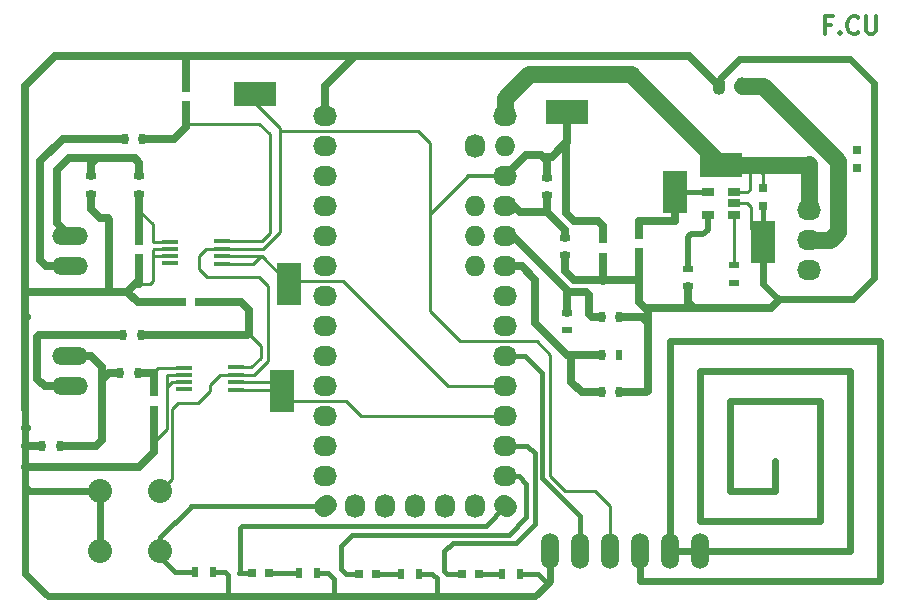
<source format=gbr>
G04 #@! TF.FileFunction,Copper,L1,Top,Signal*
%FSLAX46Y46*%
G04 Gerber Fmt 4.6, Leading zero omitted, Abs format (unit mm)*
G04 Created by KiCad (PCBNEW 4.0.2+dfsg1-stable) date sam. 25 févr. 2017 15:42:21 CET*
%MOMM*%
G01*
G04 APERTURE LIST*
%ADD10C,0.050000*%
%ADD11C,0.300000*%
%ADD12O,1.727200X1.727200*%
%ADD13O,1.727200X2.032000*%
%ADD14O,2.032000X1.727200*%
%ADD15C,1.727200*%
%ADD16O,1.506220X3.014980*%
%ADD17R,0.900000X0.500000*%
%ADD18R,0.750000X0.800000*%
%ADD19R,0.800000X0.750000*%
%ADD20R,0.797560X0.797560*%
%ADD21O,3.014980X1.506220*%
%ADD22O,1.100000X1.524000*%
%ADD23R,0.500000X0.900000*%
%ADD24R,1.060000X0.650000*%
%ADD25C,2.032000*%
%ADD26C,0.508000*%
%ADD27R,3.657600X2.057400*%
%ADD28R,2.057400X3.657600*%
%ADD29R,1.400000X0.400000*%
%ADD30C,0.400000*%
%ADD31C,1.214120*%
%ADD32C,1.016000*%
%ADD33C,0.600000*%
%ADD34C,0.250000*%
%ADD35C,0.650240*%
%ADD36C,0.650000*%
%ADD37C,0.416560*%
%ADD38C,1.397000*%
%ADD39C,0.558800*%
%ADD40C,0.550000*%
G04 APERTURE END LIST*
D10*
D11*
X35151429Y24237143D02*
X34651429Y24237143D01*
X34651429Y23451429D02*
X34651429Y24951429D01*
X35365715Y24951429D01*
X35937143Y23594286D02*
X36008571Y23522857D01*
X35937143Y23451429D01*
X35865714Y23522857D01*
X35937143Y23594286D01*
X35937143Y23451429D01*
X37508572Y23594286D02*
X37437143Y23522857D01*
X37222857Y23451429D01*
X37080000Y23451429D01*
X36865715Y23522857D01*
X36722857Y23665714D01*
X36651429Y23808571D01*
X36580000Y24094286D01*
X36580000Y24308571D01*
X36651429Y24594286D01*
X36722857Y24737143D01*
X36865715Y24880000D01*
X37080000Y24951429D01*
X37222857Y24951429D01*
X37437143Y24880000D01*
X37508572Y24808571D01*
X38151429Y24951429D02*
X38151429Y23737143D01*
X38222857Y23594286D01*
X38294286Y23522857D01*
X38437143Y23451429D01*
X38722857Y23451429D01*
X38865715Y23522857D01*
X38937143Y23594286D01*
X39008572Y23737143D01*
X39008572Y24951429D01*
D12*
X5080000Y3810000D03*
X5080000Y6350000D03*
X5080000Y8890000D03*
D13*
X0Y-16510000D03*
D14*
X-7620000Y16510000D03*
X-7620000Y13970000D03*
X-7620000Y11430000D03*
X-7620000Y8890000D03*
X-7620000Y6350000D03*
X-7620000Y3810000D03*
X-7620000Y1270000D03*
X-7620000Y-1270000D03*
X-7620000Y-3810000D03*
X-7620000Y-6350000D03*
X-7620000Y-8890000D03*
X-7620000Y-11430000D03*
X-7620000Y-13970000D03*
D15*
X-7727763Y-16617763D02*
X-7512237Y-16402237D01*
D13*
X-5080000Y-16510000D03*
X-2540000Y-16510000D03*
X2540000Y-16510000D03*
X5080000Y-16510000D03*
X5080000Y13970000D03*
D15*
X7512237Y-16402237D02*
X7727763Y-16617763D01*
D14*
X7620000Y-13970000D03*
X7620000Y-11430000D03*
X7620000Y-8890000D03*
X7620000Y-6350000D03*
X7620000Y-3810000D03*
X7620000Y-1270000D03*
X7620000Y1270000D03*
X7620000Y3810000D03*
X7620000Y6350000D03*
X7620000Y8890000D03*
X7620000Y11430000D03*
D12*
X7620000Y13970000D03*
D14*
X7620000Y16510000D03*
D16*
X11430000Y-20320000D03*
X13970000Y-20320000D03*
X16510000Y-20320000D03*
X19050000Y-20320000D03*
X21590000Y-20320000D03*
X24130000Y-20320000D03*
D17*
X26949400Y3874200D03*
X26949400Y2374200D03*
D18*
X-19431000Y18911000D03*
X-19431000Y17411000D03*
X-23368000Y5957000D03*
X-23368000Y4457000D03*
D19*
X-19800000Y762000D03*
X-18300000Y762000D03*
D18*
X-22098000Y-6870000D03*
X-22098000Y-8370000D03*
X15875000Y6084000D03*
X15875000Y4584000D03*
X18923000Y6465000D03*
X18923000Y4965000D03*
X29464000Y10402000D03*
X29464000Y8902000D03*
D20*
X3924300Y-22225000D03*
X5422900Y-22225000D03*
X-4813300Y-22250400D03*
X-3314700Y-22250400D03*
X37414200Y13652500D03*
X37414200Y12153900D03*
X-13855700Y-22148800D03*
X-12357100Y-22148800D03*
D21*
X-29210000Y3810000D03*
X-29210000Y6350000D03*
X-29210000Y-6350000D03*
X-29210000Y-3810000D03*
D22*
X25670000Y19050000D03*
X27670000Y19050000D03*
D17*
X-27432000Y11418000D03*
X-27432000Y9918000D03*
D23*
X-30111000Y-11430000D03*
X-31611000Y-11430000D03*
X-23126000Y14605000D03*
X-24626000Y14605000D03*
D17*
X-23368000Y9918000D03*
X-23368000Y11418000D03*
D23*
X-23253000Y-2032000D03*
X-24753000Y-2032000D03*
X-23507000Y-5207000D03*
X-25007000Y-5207000D03*
D17*
X12700000Y4711000D03*
X12700000Y6211000D03*
D23*
X17260000Y-508000D03*
X15760000Y-508000D03*
X17260000Y-6858000D03*
X15760000Y-6858000D03*
D17*
X11176000Y9791000D03*
X11176000Y11291000D03*
X12827000Y-139000D03*
X12827000Y-1639000D03*
D23*
X15760000Y-3683000D03*
X17260000Y-3683000D03*
X8827200Y-22225000D03*
X7327200Y-22225000D03*
X318200Y-22250400D03*
X-1181800Y-22250400D03*
X-8317800Y-22148800D03*
X-9817800Y-22148800D03*
D17*
X23088600Y2094800D03*
X23088600Y3594800D03*
D24*
X24757200Y8168600D03*
X26957200Y8168600D03*
X26957200Y9118600D03*
X26957200Y10068600D03*
X24757200Y10068600D03*
D23*
X-18657000Y-22072600D03*
X-17157000Y-22072600D03*
D25*
X-21590000Y-15240000D03*
X-21590000Y-20320000D03*
X-26670000Y-20320000D03*
X-26670000Y-15240000D03*
D14*
X33300000Y3470000D03*
X33300000Y6010000D03*
X33300000Y8550000D03*
D26*
X30480000Y-12700000D03*
D27*
X-13589000Y18415000D03*
D28*
X-10668000Y2286000D03*
X-11303000Y-6794500D03*
D27*
X25908000Y12395200D03*
D28*
X21945600Y10058400D03*
X29464000Y5842000D03*
D27*
X12827000Y16891000D03*
D29*
X-20742000Y5878000D03*
X-20742000Y5278000D03*
X-20742000Y4628000D03*
X-20742000Y4028000D03*
X-16342000Y5928000D03*
X-16342000Y5278000D03*
X-16342000Y4628000D03*
X-16342000Y3978000D03*
X-19599000Y-4790000D03*
X-19599000Y-5390000D03*
X-19599000Y-6040000D03*
X-19599000Y-6640000D03*
X-15199000Y-4740000D03*
X-15199000Y-5390000D03*
X-15199000Y-6040000D03*
X-15199000Y-6690000D03*
D30*
X12827000Y-1639000D03*
X37414200Y13652500D03*
D31*
X21945600Y10058400D03*
X5080000Y13970000D03*
D30*
X17260000Y-3683000D03*
D31*
X33300000Y8550000D03*
X7620000Y16510000D03*
X7620000Y-11430000D03*
X7620000Y-13970000D03*
D30*
X26949400Y2374200D03*
X37414200Y12153900D03*
D31*
X7620000Y-16510000D03*
X-29210000Y3810000D03*
X-29210000Y6350000D03*
X-29210000Y-6350000D03*
X-29210000Y-3810000D03*
X13970000Y-20320000D03*
X7620000Y-3810000D03*
X19050000Y-20320000D03*
X7620000Y3810000D03*
X7620000Y6350000D03*
X7620000Y8890000D03*
D30*
X26949400Y3874200D03*
D31*
X7620000Y-1270000D03*
D30*
X23088600Y3594800D03*
D31*
X7620000Y1270000D03*
X7620000Y-6350000D03*
X7620000Y-8890000D03*
X11430000Y-20320000D03*
X-26670000Y-15240000D03*
X-26670000Y-20320000D03*
X-7620000Y16495302D03*
D32*
X25670000Y19050000D03*
D33*
X-7620000Y8890000D03*
D31*
X33300000Y6010000D03*
D32*
X27670000Y19050000D03*
D31*
X16510000Y-20320000D03*
X-21590000Y-15240000D03*
X7620000Y11430000D03*
X-21590000Y-20320000D03*
X-7620000Y-16510000D03*
D34*
X-16342000Y5928000D02*
X-12995000Y5928000D01*
X-13208000Y15875000D02*
X-19431000Y15875000D01*
X-12319000Y14986000D02*
X-13208000Y15875000D01*
X-12319000Y6604000D02*
X-12319000Y14986000D01*
X-12995000Y5928000D02*
X-12319000Y6604000D01*
D35*
X-19431000Y17411000D02*
X-19431000Y15875000D01*
X-19431000Y15875000D02*
X-19431000Y15621000D01*
X-20447000Y14605000D02*
X-23126000Y14605000D01*
X-19431000Y15621000D02*
X-20447000Y14605000D01*
D34*
X-20742000Y5878000D02*
X-22189000Y5878000D01*
X-22225000Y7366000D02*
X-23368000Y8509000D01*
X-22225000Y5914000D02*
X-22225000Y7366000D01*
X-22189000Y5878000D02*
X-22225000Y5914000D01*
D35*
X-23368000Y9918000D02*
X-23368000Y8509000D01*
X-23368000Y8509000D02*
X-23368000Y5957000D01*
D34*
X-14478000Y-2032000D02*
X-13970000Y-2032000D01*
X-13884000Y-4740000D02*
X-15199000Y-4740000D01*
X-13081000Y-3937000D02*
X-13884000Y-4740000D01*
X-13081000Y-2921000D02*
X-13081000Y-3937000D01*
X-13970000Y-2032000D02*
X-13081000Y-2921000D01*
D35*
X-23253000Y-2032000D02*
X-14478000Y-2032000D01*
X-14478000Y-2032000D02*
X-14224000Y-2032000D01*
X-14732000Y762000D02*
X-18300000Y762000D01*
X-14097000Y127000D02*
X-14732000Y762000D01*
X-14097000Y-1905000D02*
X-14097000Y127000D01*
X-14224000Y-2032000D02*
X-14097000Y-1905000D01*
D34*
X-19599000Y-4790000D02*
X-21808000Y-4790000D01*
X-21808000Y-4790000D02*
X-22225000Y-5207000D01*
D35*
X-23507000Y-5207000D02*
X-22225000Y-5207000D01*
X-22098000Y-5334000D02*
X-22098000Y-6870000D01*
X-22225000Y-5207000D02*
X-22098000Y-5334000D01*
D36*
X21945600Y10058400D02*
X21945600Y7645400D01*
X18923000Y7620000D02*
X18923000Y6465000D01*
X21920200Y7620000D02*
X18923000Y7620000D01*
X21945600Y7645400D02*
X21920200Y7620000D01*
D37*
X24757200Y10068600D02*
X21955800Y10068600D01*
X21955800Y10068600D02*
X21945600Y10058400D01*
D34*
X26957200Y10068600D02*
X28082200Y10068600D01*
X28295600Y11988800D02*
X28702000Y12395200D01*
X28295600Y10282000D02*
X28295600Y11988800D01*
X28082200Y10068600D02*
X28295600Y10282000D01*
D37*
X26238200Y12395200D02*
X25908000Y12395200D01*
D34*
X29464000Y10402000D02*
X29464000Y11633200D01*
X29464000Y11633200D02*
X28702000Y12395200D01*
D38*
X7620000Y16510000D02*
X7620000Y18034000D01*
X18237200Y20066000D02*
X25908000Y12395200D01*
X9652000Y20066000D02*
X18237200Y20066000D01*
X7620000Y18034000D02*
X9652000Y20066000D01*
X33300000Y8550000D02*
X33300000Y12420000D01*
X33275200Y12395200D02*
X28702000Y12395200D01*
X33300000Y12420000D02*
X33275200Y12395200D01*
X28702000Y12395200D02*
X25908000Y12395200D01*
D37*
X7620000Y-11430000D02*
X9474200Y-11430000D01*
X2667000Y-22225000D02*
X3924300Y-22225000D01*
X2438400Y-21996400D02*
X2667000Y-22225000D01*
X2438400Y-20345400D02*
X2438400Y-21996400D01*
X3175000Y-19608800D02*
X2438400Y-20345400D01*
X8509000Y-19608800D02*
X3175000Y-19608800D01*
X10083800Y-18034000D02*
X8509000Y-19608800D01*
X10083800Y-12039600D02*
X10083800Y-18034000D01*
X9474200Y-11430000D02*
X10083800Y-12039600D01*
X7620000Y-11430000D02*
X7620000Y-12014200D01*
X5422900Y-22225000D02*
X7327200Y-22225000D01*
X-4813300Y-22250400D02*
X-5918200Y-22250400D01*
X8737600Y-13970000D02*
X7620000Y-13970000D01*
X9398000Y-14630400D02*
X8737600Y-13970000D01*
X9398000Y-17449800D02*
X9398000Y-14630400D01*
X7899400Y-18948400D02*
X9398000Y-17449800D01*
X-5384800Y-18948400D02*
X7899400Y-18948400D01*
X-6324600Y-19888200D02*
X-5384800Y-18948400D01*
X-6324600Y-21844000D02*
X-6324600Y-19888200D01*
X-5918200Y-22250400D02*
X-6324600Y-21844000D01*
X-3314700Y-22250400D02*
X-1181800Y-22250400D01*
X-13855700Y-22148800D02*
X-14909800Y-22148800D01*
X5943600Y-18186400D02*
X7620000Y-16510000D01*
X-14706600Y-18186400D02*
X5943600Y-18186400D01*
X-14859000Y-18338800D02*
X-14706600Y-18186400D01*
X-14859000Y-22098000D02*
X-14859000Y-18338800D01*
X-14909800Y-22148800D02*
X-14859000Y-22098000D01*
D34*
X7700000Y-16590000D02*
X7620000Y-16510000D01*
D37*
X-12357100Y-22148800D02*
X-9817800Y-22148800D01*
D35*
X-29210000Y3810000D02*
X-31242000Y3810000D01*
X-29845000Y14605000D02*
X-24626000Y14605000D01*
X-31750000Y12700000D02*
X-29845000Y14605000D01*
X-31750000Y4318000D02*
X-31750000Y12700000D01*
X-31242000Y3810000D02*
X-31750000Y4318000D01*
X-27432000Y11418000D02*
X-27432000Y12446000D01*
X-27432000Y12446000D02*
X-26924000Y12954000D01*
X-23368000Y11418000D02*
X-23368000Y12573000D01*
X-30353000Y7493000D02*
X-29210000Y6350000D01*
X-30353000Y11938000D02*
X-30353000Y7493000D01*
X-29337000Y12954000D02*
X-30353000Y11938000D01*
X-23749000Y12954000D02*
X-26924000Y12954000D01*
X-26924000Y12954000D02*
X-29337000Y12954000D01*
X-23368000Y12573000D02*
X-23749000Y12954000D01*
X-29464000Y6350000D02*
X-29210000Y6350000D01*
X-24753000Y-2032000D02*
X-31877000Y-2032000D01*
X-31369000Y-6350000D02*
X-29210000Y-6350000D01*
X-32004000Y-5715000D02*
X-31369000Y-6350000D01*
X-32004000Y-2159000D02*
X-32004000Y-5715000D01*
X-31877000Y-2032000D02*
X-32004000Y-2159000D01*
X-25007000Y-5207000D02*
X-25908000Y-5207000D01*
X-25908000Y-5207000D02*
X-26543000Y-5842000D01*
X-30111000Y-11430000D02*
X-27051000Y-11430000D01*
X-27432000Y-3810000D02*
X-29210000Y-3810000D01*
X-26543000Y-4699000D02*
X-27432000Y-3810000D01*
X-26543000Y-10922000D02*
X-26543000Y-5842000D01*
X-26543000Y-5842000D02*
X-26543000Y-4699000D01*
X-27051000Y-11430000D02*
X-26543000Y-10922000D01*
D37*
X7620000Y-3810000D02*
X9271000Y-3810000D01*
X13970000Y-17348200D02*
X13970000Y-20320000D01*
X10744200Y-14122400D02*
X13970000Y-17348200D01*
X10744200Y-5283200D02*
X10744200Y-14122400D01*
X9271000Y-3810000D02*
X10744200Y-5283200D01*
D39*
X19050000Y-20320000D02*
X19050000Y-22860000D01*
X21590000Y-2540000D02*
X21590000Y-20320000D01*
X39370000Y-2540000D02*
X21590000Y-2540000D01*
X39370000Y-22860000D02*
X39370000Y-2540000D01*
X19050000Y-22860000D02*
X39370000Y-22860000D01*
X21590000Y-20320000D02*
X24130000Y-20320000D01*
X24130000Y-20320000D02*
X36830000Y-20320000D01*
X36830000Y-20320000D02*
X36830000Y-5080000D01*
X36830000Y-5080000D02*
X24130000Y-5080000D01*
X24130000Y-5080000D02*
X24130000Y-17780000D01*
X24130000Y-17780000D02*
X34290000Y-17780000D01*
X34290000Y-17780000D02*
X34290000Y-7620000D01*
X34290000Y-7620000D02*
X26670000Y-7620000D01*
X26670000Y-7620000D02*
X26670000Y-15240000D01*
X26670000Y-15240000D02*
X30480000Y-15240000D01*
X30480000Y-15240000D02*
X30480000Y-12700000D01*
D36*
X15760000Y-6858000D02*
X14097000Y-6858000D01*
X13208000Y-5969000D02*
X13208000Y-3683000D01*
X14097000Y-6858000D02*
X13208000Y-5969000D01*
X7620000Y3810000D02*
X9017000Y3810000D01*
X12827000Y-3683000D02*
X13208000Y-3683000D01*
X13208000Y-3683000D02*
X15760000Y-3683000D01*
X10160000Y-1016000D02*
X12827000Y-3683000D01*
X10160000Y2667000D02*
X10160000Y-1016000D01*
X9017000Y3810000D02*
X10160000Y2667000D01*
X15760000Y-508000D02*
X14986000Y-508000D01*
X14478000Y1651000D02*
X12827000Y1651000D01*
X14732000Y1397000D02*
X14478000Y1651000D01*
X14732000Y-254000D02*
X14732000Y1397000D01*
X14986000Y-508000D02*
X14732000Y-254000D01*
X12827000Y-139000D02*
X12827000Y1651000D01*
X12827000Y1651000D02*
X12827000Y1778000D01*
X12827000Y1778000D02*
X8255000Y6350000D01*
X8255000Y6350000D02*
X7620000Y6350000D01*
X7620000Y6350000D02*
X8128000Y6350000D01*
D37*
X7620000Y6350000D02*
X7620000Y5842000D01*
X7620000Y6350000D02*
X7620000Y5854000D01*
D36*
X7620000Y8890000D02*
X8382000Y8890000D01*
X8382000Y8890000D02*
X8890000Y8382000D01*
X8890000Y8382000D02*
X11176000Y8382000D01*
X11176000Y9791000D02*
X11176000Y8382000D01*
X12700000Y6858000D02*
X12700000Y6211000D01*
X11176000Y8382000D02*
X12700000Y6858000D01*
D37*
X7620000Y8890000D02*
X8128000Y8890000D01*
D40*
X26949400Y3999602D02*
X26949400Y3874200D01*
D34*
X26957200Y8168600D02*
X26957200Y3882000D01*
X26957200Y3882000D02*
X26949400Y3874200D01*
D40*
X23088600Y3594800D02*
X23088600Y6299200D01*
X24757200Y6901000D02*
X24757200Y8168600D01*
X24384000Y6527800D02*
X24757200Y6901000D01*
X23317200Y6527800D02*
X24384000Y6527800D01*
X23088600Y6299200D02*
X23317200Y6527800D01*
D34*
X-16342000Y3978000D02*
X-13731000Y3978000D01*
X-13731000Y3978000D02*
X-13081000Y4628000D01*
X7620000Y-6350000D02*
X2794000Y-6350000D01*
X-6096000Y2540000D02*
X-10414000Y2540000D01*
X2794000Y-6350000D02*
X-6096000Y2540000D01*
X-10414000Y2540000D02*
X-10668000Y2286000D01*
X-16342000Y4628000D02*
X-13081000Y4628000D01*
X-13081000Y4628000D02*
X-13010000Y4628000D01*
X-13010000Y4628000D02*
X-10668000Y2286000D01*
X7620000Y-6350000D02*
X7380000Y-6590000D01*
X7620000Y-8890000D02*
X-4572000Y-8890000D01*
X-5842000Y-7620000D02*
X-10477500Y-7620000D01*
X-4572000Y-8890000D02*
X-5842000Y-7620000D01*
X-10477500Y-7620000D02*
X-11303000Y-6794500D01*
X-15199000Y-6690000D02*
X-11407500Y-6690000D01*
X-11407500Y-6690000D02*
X-11303000Y-6794500D01*
X-15199000Y-6040000D02*
X-12057500Y-6040000D01*
X-12057500Y-6040000D02*
X-11303000Y-6794500D01*
D36*
X17260000Y-508000D02*
X19177000Y-508000D01*
X19177000Y-508000D02*
X19685000Y-1016000D01*
X17260000Y-6858000D02*
X19558000Y-6858000D01*
X19685000Y-6731000D02*
X19685000Y-1016000D01*
X19685000Y-1016000D02*
X19685000Y0D01*
X19558000Y-6858000D02*
X19685000Y-6731000D01*
X15875000Y4584000D02*
X15875000Y2667000D01*
X15875000Y2667000D02*
X15875000Y2540000D01*
X15875000Y2540000D02*
X15875000Y2667000D01*
X12700000Y4711000D02*
X12700000Y3429000D01*
X13462000Y2667000D02*
X15875000Y2667000D01*
X15875000Y2667000D02*
X18923000Y2667000D01*
X12700000Y3429000D02*
X13462000Y2667000D01*
X18923000Y4965000D02*
X18923000Y3429000D01*
X18923000Y3429000D02*
X18923000Y2667000D01*
X18923000Y2667000D02*
X18923000Y762000D01*
X18923000Y762000D02*
X19685000Y0D01*
X19685000Y0D02*
X19431000Y254000D01*
X23088600Y2094800D02*
X23088600Y787400D01*
X23088600Y787400D02*
X23622000Y254000D01*
X30734000Y1016000D02*
X30734000Y889000D01*
X30099000Y254000D02*
X23622000Y254000D01*
X23622000Y254000D02*
X19431000Y254000D01*
X30734000Y889000D02*
X30099000Y254000D01*
D35*
X-19800000Y762000D02*
X-23495000Y762000D01*
X-23495000Y762000D02*
X-24384000Y1651000D01*
D34*
X-19599000Y-6040000D02*
X-20645000Y-6040000D01*
X-20645000Y-6040000D02*
X-21024002Y-6419002D01*
X-19599000Y-5390000D02*
X-21026000Y-5390000D01*
X-21024002Y-9975002D02*
X-22098000Y-11049000D01*
X-21024002Y-5391998D02*
X-21024002Y-6419002D01*
X-21024002Y-6419002D02*
X-21024002Y-9975002D01*
X-21026000Y-5390000D02*
X-21024002Y-5391998D01*
D35*
X-33020000Y-13208000D02*
X-23368000Y-13208000D01*
X-22098000Y-11938000D02*
X-22098000Y-11049000D01*
X-22098000Y-11049000D02*
X-22098000Y-8370000D01*
X-23368000Y-13208000D02*
X-22098000Y-11938000D01*
X-31611000Y-11430000D02*
X-33020000Y-11430000D01*
X-33020000Y-11430000D02*
X-32766000Y-11430000D01*
X-32766000Y-11430000D02*
X-33020000Y-11430000D01*
X-33020000Y-9906000D02*
X-32893000Y-9906000D01*
X-32893000Y-9906000D02*
X-33020000Y-9906000D01*
D34*
X-23368000Y2286000D02*
X-22479000Y2286000D01*
X-22225000Y2540000D02*
X-22225000Y2667000D01*
X-22225000Y2667000D02*
X-22225000Y4628000D01*
X-22479000Y2286000D02*
X-22225000Y2540000D01*
D35*
X-23368000Y2286000D02*
X-23368000Y2667000D01*
X-33020000Y-508000D02*
X-32893000Y-508000D01*
X-32893000Y-508000D02*
X-33020000Y-508000D01*
X-27432000Y9918000D02*
X-27432000Y8636000D01*
X-25908000Y7747000D02*
X-25908000Y1651000D01*
X-26035000Y7874000D02*
X-25908000Y7747000D01*
X-26670000Y7874000D02*
X-26035000Y7874000D01*
X-27432000Y8636000D02*
X-26670000Y7874000D01*
D34*
X-20742000Y4628000D02*
X-22225000Y4628000D01*
X-22225000Y4628000D02*
X-22225000Y4572000D01*
X-22154000Y5278000D02*
X-22225000Y5207000D01*
X-22225000Y5207000D02*
X-22225000Y4572000D01*
X-20742000Y5278000D02*
X-22154000Y5278000D01*
D35*
X-23368000Y4457000D02*
X-23368000Y2667000D01*
X-24384000Y1651000D02*
X-24638000Y1651000D01*
X-24638000Y1651000D02*
X-25019000Y1651000D01*
X-25019000Y1651000D02*
X-25908000Y1651000D01*
X-25908000Y1651000D02*
X-26670000Y1651000D01*
X-26670000Y1651000D02*
X-33020000Y1651000D01*
X-23368000Y2667000D02*
X-24130000Y1905000D01*
X-24130000Y1905000D02*
X-24384000Y1651000D01*
X-33020000Y1397000D02*
X-33020000Y1651000D01*
X-19431000Y18911000D02*
X-19431000Y21590000D01*
X-19431000Y21590000D02*
X-19431000Y21336000D01*
X-19431000Y21336000D02*
X-19431000Y21590000D01*
D34*
X26957200Y9118600D02*
X28067000Y9118600D01*
X28397200Y6908800D02*
X29464000Y5842000D01*
X28397200Y8788400D02*
X28397200Y6908800D01*
X28067000Y9118600D02*
X28397200Y8788400D01*
D37*
X-17157000Y-22072600D02*
X-16103600Y-22072600D01*
X-15849600Y-22326600D02*
X-15849600Y-24091900D01*
X-16103600Y-22072600D02*
X-15849600Y-22326600D01*
X8827200Y-22225000D02*
X10337800Y-22225000D01*
X10337800Y-22225000D02*
X11201400Y-23088600D01*
X318200Y-22250400D02*
X1422400Y-22250400D01*
X1803400Y-22631400D02*
X1803400Y-24091900D01*
X1422400Y-22250400D02*
X1803400Y-22631400D01*
X-8317800Y-22148800D02*
X-7366000Y-22148800D01*
X-6858000Y-22656800D02*
X-6858000Y-24091900D01*
X-7366000Y-22148800D02*
X-6858000Y-22656800D01*
X29464000Y8902000D02*
X29464000Y5842000D01*
D39*
X25670000Y19050000D02*
X25670000Y19574000D01*
X25670000Y19574000D02*
X27432000Y21336000D01*
X29464000Y2286000D02*
X29464000Y5842000D01*
X30734000Y1016000D02*
X29464000Y2286000D01*
X37084000Y1016000D02*
X30734000Y1016000D01*
X38862000Y2794000D02*
X37084000Y1016000D01*
X38862000Y19304000D02*
X38862000Y2794000D01*
X36830000Y21336000D02*
X38862000Y19304000D01*
X27432000Y21336000D02*
X36830000Y21336000D01*
X11430000Y-20320000D02*
X11430000Y-22860000D01*
X5080000Y-24130000D02*
X5080000Y-24091900D01*
X10160000Y-24130000D02*
X8382000Y-24130000D01*
X8382000Y-24130000D02*
X5080000Y-24130000D01*
X11430000Y-22860000D02*
X11201400Y-23088600D01*
X11201400Y-23088600D02*
X10160000Y-24130000D01*
X-18630900Y-24091900D02*
X-15849600Y-24091900D01*
X-15849600Y-24091900D02*
X-6858000Y-24091900D01*
X-6858000Y-24091900D02*
X-6121400Y-24091900D01*
X-6121400Y-24091900D02*
X-5892800Y-24091900D01*
X-5892800Y-24091900D02*
X-4140200Y-24091900D01*
X-4140200Y-24091900D02*
X-3835400Y-24091900D01*
X-3835400Y-24091900D02*
X279400Y-24091900D01*
X279400Y-24091900D02*
X1181100Y-24091900D01*
X1181100Y-24091900D02*
X1803400Y-24091900D01*
X1803400Y-24091900D02*
X5080000Y-24091900D01*
X-26670000Y-15240000D02*
X-26670000Y-20320000D01*
X-26670000Y-15240000D02*
X-32639000Y-15240000D01*
X-32639000Y-15240000D02*
X-33020000Y-14859000D01*
D35*
X-5080000Y21590000D02*
X-17399000Y21590000D01*
X-17399000Y21590000D02*
X-18669000Y21590000D01*
X-33020000Y-8255000D02*
X-33020000Y-508000D01*
X-33020000Y-508000D02*
X-33020000Y1397000D01*
X-18669000Y21590000D02*
X-19431000Y21590000D01*
X-19431000Y21590000D02*
X-30480000Y21590000D01*
X-30480000Y21590000D02*
X-33020000Y19050000D01*
X-33020000Y19050000D02*
X-33020000Y4445000D01*
X-33020000Y1651000D02*
X-33020000Y4445000D01*
X-7620000Y16510000D02*
X-7620000Y19050000D01*
X23130000Y21590000D02*
X25670000Y19050000D01*
X-5080000Y21590000D02*
X23130000Y21590000D01*
X-7620000Y19050000D02*
X-5080000Y21590000D01*
D38*
X-7620000Y16510000D02*
X-7620000Y16495302D01*
D11*
X-18630900Y-24091900D02*
X-18616400Y-24106400D01*
X-18616400Y-24106400D02*
X-18592800Y-24130000D01*
D39*
X-18592800Y-24130000D02*
X-31115000Y-24130000D01*
X-31115000Y-24130000D02*
X-33020000Y-22225000D01*
X-33020000Y-22225000D02*
X-33020000Y-14859000D01*
X-33020000Y-10795000D02*
X-33020000Y-9906000D01*
X-33020000Y-9906000D02*
X-33020000Y-8255000D01*
X-33020000Y-14859000D02*
X-33020000Y-13208000D01*
X-33020000Y-13208000D02*
X-33020000Y-13081000D01*
X-33020000Y-13081000D02*
X-33020000Y-11811000D01*
X-33020000Y-11811000D02*
X-33020000Y-11430000D01*
X-33020000Y-11430000D02*
X-33020000Y-10795000D01*
D38*
X33300000Y6010000D02*
X35138000Y6010000D01*
X29464000Y19050000D02*
X27670000Y19050000D01*
X35814000Y12700000D02*
X29464000Y19050000D01*
X35814000Y6686000D02*
X35814000Y12700000D01*
X35138000Y6010000D02*
X35814000Y6686000D01*
D34*
X11430000Y-3937000D02*
X11430000Y-3683000D01*
X1270000Y0D02*
X1270000Y8255000D01*
X3810000Y-2540000D02*
X1270000Y0D01*
X10287000Y-2540000D02*
X3810000Y-2540000D01*
X11430000Y-3683000D02*
X10287000Y-2540000D01*
D36*
X15875000Y6084000D02*
X15875000Y7239000D01*
X12763500Y8318500D02*
X12763500Y14287500D01*
X13462000Y7620000D02*
X12763500Y8318500D01*
X15494000Y7620000D02*
X13462000Y7620000D01*
X15875000Y7239000D02*
X15494000Y7620000D01*
X10795000Y13081000D02*
X11557000Y13081000D01*
X11557000Y13081000D02*
X12763500Y14287500D01*
X12763500Y14287500D02*
X12827000Y14351000D01*
X12827000Y14351000D02*
X12827000Y16891000D01*
X11176000Y11291000D02*
X11176000Y12700000D01*
X11176000Y12700000D02*
X10795000Y13081000D01*
X10795000Y13081000D02*
X10668000Y13208000D01*
X7620000Y11430000D02*
X9398000Y13208000D01*
X9398000Y13208000D02*
X10668000Y13208000D01*
D34*
X-15199000Y-5390000D02*
X-16566000Y-5390000D01*
X-20574000Y-14224000D02*
X-21590000Y-15240000D01*
X-20574000Y-8255000D02*
X-20574000Y-14224000D01*
X-20066000Y-7747000D02*
X-20574000Y-8255000D01*
X-18415000Y-7747000D02*
X-20066000Y-7747000D01*
X-17399000Y-6731000D02*
X-18415000Y-7747000D01*
X-17399000Y-6223000D02*
X-17399000Y-6731000D01*
X-16566000Y-5390000D02*
X-17399000Y-6223000D01*
X-16342000Y5278000D02*
X-17582000Y5278000D01*
X-13645000Y-5390000D02*
X-15199000Y-5390000D01*
X-12446000Y-4191000D02*
X-13645000Y-5390000D01*
X-12446000Y2159000D02*
X-12446000Y-4191000D01*
X-13208000Y2921000D02*
X-12446000Y2159000D01*
X-17653000Y2921000D02*
X-13208000Y2921000D01*
X-18288000Y3556000D02*
X-17653000Y2921000D01*
X-18288000Y4699000D02*
X-18288000Y3556000D01*
X-17765000Y5222000D02*
X-18288000Y4699000D01*
X-17526000Y5222000D02*
X-17765000Y5222000D01*
X-17582000Y5278000D02*
X-17526000Y5222000D01*
X-11430000Y15240000D02*
X-5969000Y15240000D01*
X-5969000Y15240000D02*
X254000Y15240000D01*
X254000Y15240000D02*
X1270000Y14224000D01*
X1270000Y14224000D02*
X1270000Y8255000D01*
X-13589000Y18415000D02*
X-13589000Y17653000D01*
X-13589000Y17653000D02*
X-11430000Y15494000D01*
X-11430000Y15494000D02*
X-11430000Y15240000D01*
X-11430000Y15240000D02*
X-11430000Y6731000D01*
X-11430000Y6731000D02*
X-12883000Y5278000D01*
X-12883000Y5278000D02*
X-16342000Y5278000D01*
X16510000Y-20320000D02*
X16510000Y-16510000D01*
X16510000Y-16510000D02*
X15240000Y-15240000D01*
X15240000Y-15240000D02*
X12700000Y-15240000D01*
X12700000Y-15240000D02*
X11430000Y-13970000D01*
X11430000Y-13970000D02*
X11430000Y-3937000D01*
X11430000Y-3937000D02*
X11430000Y-3810000D01*
X1270000Y8255000D02*
X4445000Y11430000D01*
D11*
X4445000Y11430000D02*
X7620000Y11430000D01*
D34*
X6985000Y11430000D02*
X7620000Y11430000D01*
D37*
X-18657000Y-22072600D02*
X-20345400Y-22072600D01*
X-20345400Y-22072600D02*
X-21590000Y-20828000D01*
X-21590000Y-20828000D02*
X-21590000Y-20320000D01*
X-21590000Y-20320000D02*
X-21590000Y-19100800D01*
X-21590000Y-19100800D02*
X-19126200Y-16637000D01*
X-19126200Y-16637000D02*
X-18999200Y-16510000D01*
X-7620000Y-16510000D02*
X-18999200Y-16510000D01*
M02*

</source>
